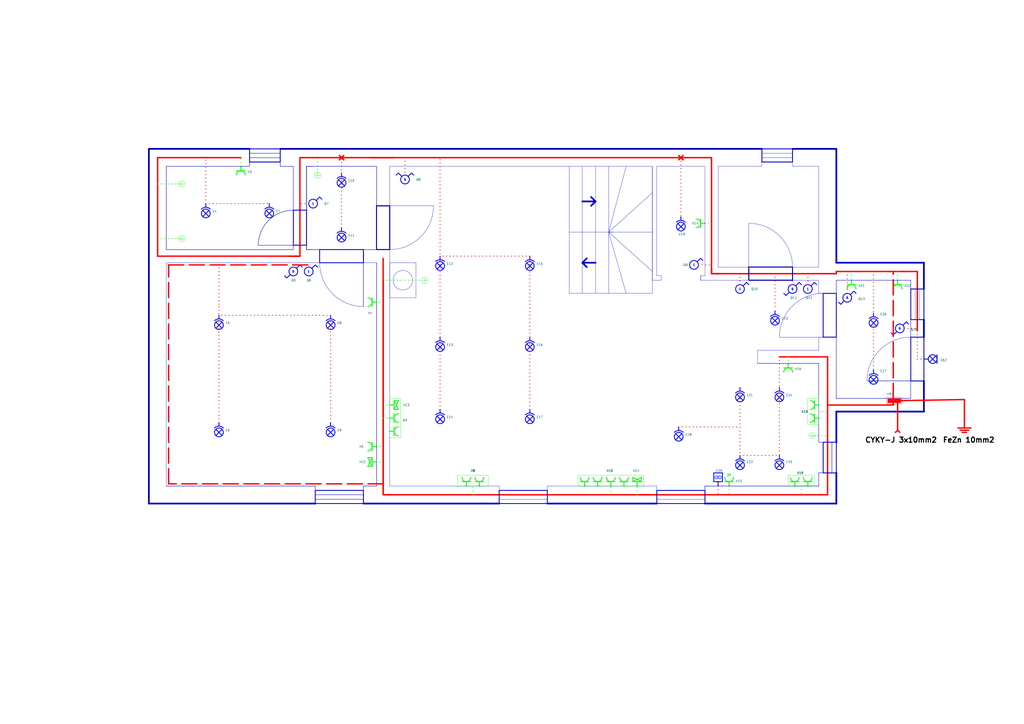
<source format=kicad_sch>
(kicad_sch (version 20231120) (generator "eeschema") (generator_version "8.0")
  (paper "A2")
  (title_block (title "Projekt elektroinštalácie rodinného domu") (date "2024-05-09") (rev "1") (comment 4 "001-24") (comment 5 "Konanie stavby: 96901 Banská Štiavnica, Belianska 1770/15"))
  (lib_symbols
    (symbol "Wiring:Bulb_ceiling"
      (property "Reference" "E" (at 0 1.905 0))
      (symbol "Bulb_ceiling_0_1"
        (circle (center 0 -5.715) (radius 2.54) (stroke (width 0.5) (color 0 0 255 1)))
        (polyline (pts (xy 0 0) (xy 0 -1.905)) (stroke (width 0.5) (color 0 0 255 1)))
        (polyline (pts (xy 0 -5.715) (xy 1.778 -7.493) (xy -1.778 -3.937)) (stroke (width 0.5) (color 0 0 255 1)))
        (polyline (pts (xy 0 -5.715) (xy 1.778 -3.937) (xy -1.778 -7.493)) (stroke (width 0.5) (color 0 0 255 1)))
        (arc (start 2.5464 -3.159) (mid 0.0055 -2.1071) (end -2.5386 -3.1512) (stroke (width 0.5) (color 0 0 255 1)))
      )
    )
    (symbol "Wiring:Bulb_wall"
      (property "Reference" "E" (at 1.27 1.905 0))
      (symbol "Bulb_wall_0_1"
        (circle (center 0 -5.08) (radius 2.54) (stroke (width 0.5) (color 0 0 255 1)))
        (polyline (pts (xy 0 0) (xy 0 -2.54)) (stroke (width 0.5) (color 0 0 255 1)))
        (polyline (pts (xy 2.54 -7.62) (xy -2.54 -7.62)) (stroke (width 0.5) (color 0 0 255 1)))
        (polyline (pts (xy 0 -5.08) (xy 1.778 -6.858) (xy -1.778 -3.302)) (stroke (width 0.5) (color 0 0 255 1)))
        (polyline (pts (xy 0 -5.08) (xy 1.778 -3.302) (xy -1.778 -6.858)) (stroke (width 0.5) (color 0 0 255 1)))
      )
    )
    (symbol "Wiring:Data_outlet"
      (property "Reference" "XC" (at 5.08 -2.54 90))
      (symbol "Data_outlet_0_1"
        (polyline (pts (xy -2.54 -5.08) (xy 2.54 -2.54)) (stroke (width 0.5) (color 0 255 0 1)))
        (polyline (pts (xy -2.54 -2.54) (xy -2.54 -5.08)) (stroke (width 0.5) (color 0 255 0 1)))
        (polyline (pts (xy -2.54 -2.54) (xy 2.54 -5.08)) (stroke (width 0.5) (color 0 255 0 1)))
        (polyline (pts (xy 2.54 -2.54) (xy 2.54 -5.08)) (stroke (width 0.5) (color 0 255 0 1)))
        (polyline (pts (xy 0.0002 -0.0002) (xy 0.0002 -2.5402) (xy 0.0002 -1.2702)) (stroke (width 0.5) (color 0 255 0 1)))
        (polyline (pts (xy 0.0002 -2.5402) (xy 2.5402 -2.5402) (xy -2.5398 -2.5402) (xy -1.2698 -2.5402)) (stroke (width 0.5) (color 0 255 0 1)))
      )
    )
    (symbol "Wiring:Fan"
      (property "Reference" "E" (at 0 2.54 0))
      (symbol "Fan_0_1"
        (circle (center -0.9652 -5.0292) (radius 0.898) (stroke (width 0.3) (color 0 0 255 1)))
        (polyline (pts (xy 0 0) (xy 0 -2.54)) (stroke (width 0.5) (color 0 0 255 1)))
        (polyline (pts (xy 2.54 -7.62) (xy -2.54 -7.62)) (stroke (width 0.5) (color 0 0 255 1)))
        (polyline (pts (xy -2.54 -7.62) (xy -2.54 -2.54) (xy 2.54 -2.54) (xy 2.54 -7.62)) (stroke (width 0.5) (color 0 0 255 1)))
        (circle (center 0.9398 -5.0292) (radius 0.898) (stroke (width 0.3) (color 0 0 255 1)))
      )
    )
    (symbol "Wiring:HR"
      (property "Reference" "HR" (at 0 2.54 0))
      (symbol "HR_0_1"
        (rectangle (start -5.08 1.905) (end 3.81 -1.905) (stroke (width 0) (color 255 0 0 1)))
        (rectangle (start -4.445 1.27) (end 3.175 -1.27) (stroke (width 0) (color 255 0 0 1)) (fill (type outline)))
      )
    )
    (symbol "Wiring:Outlet"
      (property "Reference" "X" (at 5.08 -3.81 90))
      (symbol "Outlet_0_1"
        (arc (start 0 -2.54) (mid -1.7961 -3.2839) (end -2.54 -5.08) (stroke (width 0.5) (color 0 255 0 1)))
        (polyline (pts (xy 0 0) (xy 0 -2.54) (xy 0 -1.27)) (stroke (width 0.5) (color 0 255 0 1)))
        (polyline (pts (xy 0 -2.54) (xy 2.54 -2.54) (xy -2.54 -2.54) (xy -1.27 -2.54)) (stroke (width 0.5) (color 0 255 0 1)))
        (arc (start 2.54 -5.08) (mid 1.7961 -3.2839) (end 0 -2.54) (stroke (width 0.5) (color 0 255 0 1)))
      )
    )
    (symbol "Wiring:Outlet_3P"
      (property "Reference" "X" (at 0 1.905 0))
      (symbol "Outlet_3P_0_1"
        (arc (start 0.0002 -2.5402) (mid -1.7959 -3.2841) (end -2.5398 -5.0802) (stroke (width 0.5) (color 0 255 0 1)))
        (polyline (pts (xy 0.0002 -0.0002) (xy 0.0002 -2.5402) (xy 0.0002 -1.2702)) (stroke (width 0.5) (color 0 255 0 1)))
        (polyline (pts (xy 0.0002 -2.5402) (xy 2.5402 -2.5402) (xy -2.5398 -2.5402) (xy -1.2698 -2.5402)) (stroke (width 0.5) (color 0 255 0 1)))
        (arc (start 2.5402 -5.0802) (mid 1.7963 -3.2841) (end 0.0002 -2.5402) (stroke (width 0.5) (color 0 255 0 1)))
        (text "3P" (at 0 -6.35 0) (effects (font (size 1.27 1.27) (bold yes))))
      )
    )
    (symbol "Wiring:PE" (in_bom no)
      (symbol "PE_0_1"
        (polyline (pts (xy -0.635 -0.381) (xy 0.635 -0.381)) (stroke (width 0) (color 0 255 0 1)))
        (polyline (pts (xy -0.254 -0.762) (xy 0.254 -0.762)) (stroke (width 0) (color 0 255 0 1)))
        (polyline (pts (xy -1.27 0) (xy 1.27 0) (xy 0 0) (xy 0 1.27)) (stroke (width 0) (color 0 255 0 1)))
        (circle (center 0 0) (radius 1.7825) (stroke (width 0) (color 0 255 0 1)))
      )
    )
    (symbol "Wiring:Switch_1"
      (property "Reference" "Q" (at 0 7.62 0))
      (symbol "Switch_1_0_1"
        (polyline (pts (xy 1.905 1.905) (xy 3.175 3.175) (xy 3.81 3.81) (xy 5.08 2.54)) (stroke (width 0.5) (color 0 0 255 1)))
        (circle (center 0 0) (radius 2.54) (stroke (width 0.5) (color 0 0 255 1)))
        (text "1" (at 0 0 0) (effects (font (size 1.27 1.27) (bold yes))))
      )
    )
    (symbol "Wiring:Switch_5"
      (property "Reference" "Q" (at 0 5.08 0))
      (symbol "Switch_5_0_1"
        (polyline (pts (xy -1.905 1.905) (xy -3.175 3.175) (xy -3.81 3.81) (xy -5.08 2.54)) (stroke (width 0.5) (color 0 0 255 1)))
        (polyline (pts (xy 1.905 1.905) (xy 3.175 3.175) (xy 3.81 3.81) (xy 5.08 2.54)) (stroke (width 0.5) (color 0 0 255 1)))
        (circle (center 0 0) (radius 2.54) (stroke (width 0.5) (color 0 0 255 1)))
        (text "5" (at 0 0 0) (effects (font (size 1.27 1.27) (bold yes))))
      )
    )
    (symbol "Wiring:Switch_6"
      (property "Reference" "Q" (at 0 4.826 0))
      (symbol "Switch_6_0_1"
        (polyline (pts (xy -1.905 -1.905) (xy -3.175 -3.175) (xy -3.81 -3.81) (xy -5.08 -2.54)) (stroke (width 0.5) (color 0 0 255 1)))
        (polyline (pts (xy 1.905 1.905) (xy 3.175 3.175) (xy 3.81 3.81) (xy 5.08 2.54)) (stroke (width 0.5) (color 0 0 255 1)))
        (circle (center 0 0) (radius 2.54) (stroke (width 0.5) (color 0 0 255 1)))
        (text "6" (at 0 0 0) (effects (font (size 1.27 1.27) (bold yes))))
      )
    )
  )
  (polyline (pts (xy 144.78 93.98) (xy 144.78 96.52)))
  (polyline (pts (xy 520.7 249.555) (xy 519.43 250.825)) (stroke (width 0.8) (type solid) (color 255 0 0 1)))
  (polyline (pts (xy 353.06 134.62) (xy 363.22 96.52)))
  (polyline (pts (xy 533.4 167.64) (xy 533.4 185.42)))
  (polyline (pts (xy 307.34 148.59) (xy 255.27 148.59)) (stroke (width 0.5) (type dot) (color 255 0 0 1)))
  (polyline (pts (xy 474.98 170.18) (xy 474.98 162.56)))
  (polyline (pts (xy 412.75 158.75) (xy 417.83 158.75)) (stroke (width 0.8) (type solid) (color 255 0 0 1)))
  (polyline (pts (xy 528.32 220.98) (xy 528.32 231.14)))
  (polyline (pts (xy 459.74 86.36) (xy 485.14 86.36)) (stroke (width 1)))
  (polyline (pts (xy 345.44 152.4) (xy 337.82 152.4)) (stroke (width 1)))
  (polyline (pts (xy 210.82 177.8) (xy 210.82 152.4)))
  (polyline (pts (xy 485.14 152.4) (xy 485.14 86.36)) (stroke (width 1)))
  (polyline (pts (xy 255.27 237.49) (xy 255.27 91.44)) (stroke (width 0.5) (type dot) (color 255 0 0 1)))
  (polyline (pts (xy 289.56 281.94) (xy 289.56 284.48)))
  (polyline (pts (xy 528.32 231.14) (xy 528.32 231.14)))
  (polyline (pts (xy 520.7 249.555) (xy 520.7 233.68)) (stroke (width 0.8) (type solid) (color 255 0 0 1)))
  (polyline (pts (xy 532.13 191.77) (xy 532.13 208.28)) (stroke (width 0.5) (type dot) (color 255 0 0 1)))
  (polyline (pts (xy 226.06 234.95) (xy 222.25 234.95)) (stroke (width 0.5) (type dot) (color 0 255 0 1)))
  (polyline (pts (xy 485.14 231.14) (xy 528.32 231.14)))
  (polyline (pts (xy 162.56 88.9) (xy 144.78 88.9)))
  (polyline (pts (xy 485.14 195.58) (xy 474.98 195.58)))
  (polyline (pts (xy 281.94 292.1) (xy 289.56 292.1)) (stroke (width 1)))
  (polyline (pts (xy 369.57 287.02) (xy 369.57 281.94)) (stroke (width 0.5) (type dot) (color 0 255 0 1)))
  (polyline (pts (xy 214.63 91.44) (xy 394.97 91.44)) (stroke (width 0.8) (type solid) (color 255 0 0 1)))
  (polyline (pts (xy 459.74 88.9) (xy 441.96 88.9)))
  (polyline (pts (xy 196.85 90.17) (xy 199.39 92.71)) (stroke (width 0.8) (type solid) (color 255 0 0 1)))
  (polyline (pts (xy 317.5 287.02) (xy 289.56 287.02)))
  (polyline (pts (xy 393.7 247.65) (xy 429.26 247.65)) (stroke (width 0.5) (type dot) (color 255 0 0 1)))
  (polyline (pts (xy 474.98 195.58) (xy 474.98 203.2)))
  (polyline (pts (xy 459.74 91.44) (xy 441.96 91.44)))
  (polyline (pts (xy 518.16 231.14) (xy 518.16 157.48)) (stroke (width 0.8) (type dash) (color 255 0 0 1)))
  (polyline (pts (xy 506.73 157.48) (xy 506.73 214.63)) (stroke (width 0.5) (type dot) (color 255 0 0 1)))
  (polyline (pts (xy 222.25 162.56) (xy 245.11 162.56)) (stroke (width 0.5) (type dot) (color 0 255 0 1)))
  (polyline (pts (xy 139.7 96.52) (xy 144.78 96.52)))
  (polyline (pts (xy 405.13 153.67) (xy 412.75 153.67)) (stroke (width 0.5) (type dot) (color 255 0 0 1)))
  (polyline (pts (xy 191.77 245.11) (xy 191.77 182.88)) (stroke (width 0.5) (type dot) (color 255 0 0 1)))
  (polyline (pts (xy 457.2 207.01) (xy 457.2 210.82)) (stroke (width 0.5) (type dot) (color 0 255 0 1)))
  (polyline (pts (xy 532.13 208.28) (xy 535.94 208.28)) (stroke (width 0.5) (type dot) (color 255 0 0 1)))
  (polyline (pts (xy 173.99 91.44) (xy 173.99 148.59)) (stroke (width 0.8) (type solid) (color 255 0 0 1)))
  (polyline (pts (xy 330.2 134.62) (xy 355.6 134.62)))
  (polyline (pts (xy 528.32 162.56) (xy 485.14 162.56)))
  (polyline (pts (xy 340.36 149.86) (xy 337.82 152.4)) (stroke (width 1)))
  (polyline (pts (xy 353.06 134.62) (xy 378.46 111.76)))
  (polyline (pts (xy 170.18 144.78) (xy 96.52 144.78)))
  (polyline (pts (xy 177.8 96.52) (xy 218.44 96.52)))
  (polyline (pts (xy 491.49 157.48) (xy 491.49 170.18)) (stroke (width 0.5) (type dot) (color 255 0 0 1)))
  (polyline (pts (xy 218.44 152.4) (xy 210.82 152.4)))
  (polyline (pts (xy 520.7 249.555) (xy 521.97 250.825)) (stroke (width 0.8) (type solid) (color 255 0 0 1)))
  (polyline (pts (xy 523.24 231.14) (xy 528.32 231.14)))
  (polyline (pts (xy 429.26 224.79) (xy 429.26 264.16)) (stroke (width 0.5) (type dot) (color 255 0 0 1)))
  (polyline (pts (xy 218.44 152.4) (xy 218.44 281.94)))
  (polyline (pts (xy 210.82 281.94) (xy 210.82 284.48)))
  (polyline (pts (xy 191.77 182.88) (xy 127 182.88)) (stroke (width 0.5) (type dot) (color 255 0 0 1)))
  (polyline (pts (xy 91.44 91.44) (xy 139.7 91.44)) (stroke (width 0.8) (type solid) (color 255 0 0 1)))
  (polyline (pts (xy 439.42 210.82) (xy 474.98 210.82)))
  (polyline (pts (xy 181.61 144.78) (xy 177.8 144.78)))
  (polyline (pts (xy 535.94 220.98) (xy 535.94 238.76)) (stroke (width 1)))
  (polyline (pts (xy 449.58 158.75) (xy 449.58 179.07)) (stroke (width 0.5) (type dot) (color 255 0 0 1)))
  (polyline (pts (xy 96.52 96.52) (xy 139.7 96.52)))
  (polyline (pts (xy 480.06 234.95) (xy 518.16 234.95)) (stroke (width 0.8) (type solid) (color 255 0 0 1)))
  (polyline (pts (xy 337.82 96.52) (xy 337.82 134.62)))
  (polyline (pts (xy 393.7 92.71) (xy 396.24 90.17)) (stroke (width 0.8) (type solid) (color 255 0 0 1)))
  (polyline (pts (xy 528.32 185.42) (xy 528.32 195.58)))
  (polyline (pts (xy 96.52 96.52) (xy 96.52 144.78)))
  (polyline (pts (xy 381 162.56) (xy 383.54 162.56)))
  (polyline (pts (xy 196.85 92.71) (xy 199.39 90.17)) (stroke (width 0.8) (type solid) (color 255 0 0 1)))
  (polyline (pts (xy 353.06 134.62) (xy 378.46 157.48)))
  (polyline (pts (xy 434.34 162.56) (xy 408.94 162.56)))
  (polyline (pts (xy 281.94 281.94) (xy 226.06 281.94)))
  (polyline (pts (xy 184.15 100.33) (xy 184.15 91.44)) (stroke (width 0.5) (type dot) (color 0 255 0 1)))
  (polyline (pts (xy 474.98 256.54) (xy 477.52 256.54)))
  (polyline (pts (xy 139.7 96.52) (xy 139.7 91.44)) (stroke (width 0.5) (type dot) (color 0 255 0 1)))
  (polyline (pts (xy 555.625 248.285) (xy 563.245 248.285)) (stroke (width 0.8) (type solid) (color 255 0 0 1)))
  (polyline (pts (xy 96.52 152.4) (xy 96.52 281.94)))
  (polyline (pts (xy 170.18 142.24) (xy 177.8 142.24)))
  (polyline (pts (xy 485.14 162.56) (xy 485.14 170.18)))
  (polyline (pts (xy 97.79 280.67) (xy 97.79 153.67)) (stroke (width 0.8) (type dash) (color 255 0 0 1)))
  (polyline (pts (xy 97.79 153.67) (xy 181.61 153.67)) (stroke (width 0.8) (type dash) (color 255 0 0 1)))
  (polyline (pts (xy 530.86 167.64) (xy 530.86 185.42)))
  (polyline (pts (xy 162.56 91.44) (xy 144.78 91.44)))
  (polyline (pts (xy 439.42 210.82) (xy 474.98 210.82)))
  (polyline (pts (xy 170.18 142.24) (xy 177.8 142.24)))
  (polyline (pts (xy 162.56 86.36) (xy 441.96 86.36)) (stroke (width 1)))
  (polyline (pts (xy 226.06 281.94) (xy 226.06 144.78)))
  (polyline (pts (xy 411.48 281.94) (xy 474.98 281.94)))
  (polyline (pts (xy 502.92 220.98) (xy 528.32 220.98)))
  (polyline (pts (xy 559.435 231.775) (xy 559.435 248.285)) (stroke (width 0.8) (type solid) (color 255 0 0 1)))
  (polyline (pts (xy 408.94 287.02) (xy 381 287.02)))
  (polyline (pts (xy 177.8 96.52) (xy 177.8 121.92)))
  (polyline (pts (xy 474.98 162.56) (xy 459.74 162.56)))
  (polyline (pts (xy 474.98 256.54) (xy 477.52 256.54)))
  (polyline (pts (xy 412.75 91.44) (xy 412.75 156.21)) (stroke (width 0.8) (type solid) (color 255 0 0 1)))
  (polyline (pts (xy 528.32 162.56) (xy 528.32 162.56)))
  (polyline (pts (xy 485.14 231.14) (xy 485.14 195.58)))
  (polyline (pts (xy 281.94 281.94) (xy 289.56 281.94)))
  (polyline (pts (xy 173.99 148.59) (xy 91.44 148.59)) (stroke (width 0.8) (type solid) (color 255 0 0 1)))
  (polyline (pts (xy 317.5 292.1) (xy 381 292.1)) (stroke (width 1)))
  (polyline (pts (xy 218.44 281.94) (xy 210.82 281.94)))
  (polyline (pts (xy 127 176.53) (xy 127 153.67)) (stroke (width 0.5) (type dot) (color 255 0 0 1)))
  (polyline (pts (xy 381 96.52) (xy 381 160.02)))
  (polyline (pts (xy 340.36 154.94) (xy 337.82 152.4)) (stroke (width 1)))
  (polyline (pts (xy 119.38 118.11) (xy 156.21 118.11)) (stroke (width 0.5) (type dot) (color 255 0 0 1)))
  (polyline (pts (xy 393.7 90.17) (xy 396.24 92.71)) (stroke (width 0.8) (type solid) (color 255 0 0 1)))
  (polyline (pts (xy 91.44 138.43) (xy 104.14 138.43)) (stroke (width 0.5) (type dot) (color 0 255 0 1)))
  (polyline (pts (xy 337.82 134.62) (xy 337.82 170.18)))
  (polyline (pts (xy 528.32 162.56) (xy 528.32 167.64)))
  (polyline (pts (xy 241.3 172.72) (xy 241.3 152.4)))
  (polyline (pts (xy 378.46 162.56) (xy 378.46 96.52)))
  (polyline (pts (xy 474.98 274.32) (xy 477.52 274.32)))
  (polyline (pts (xy 170.18 142.24) (xy 170.18 144.78)))
  (polyline (pts (xy 485.14 231.14) (xy 514.35 231.14)))
  (polyline (pts (xy 234.95 91.44) (xy 234.95 101.6)) (stroke (width 0.5) (type dot) (color 255 0 0 1)))
  (polyline (pts (xy 170.18 142.24) (xy 149.86 142.24)))
  (polyline (pts (xy 177.8 96.52) (xy 177.8 121.92)))
  (polyline (pts (xy 210.82 152.4) (xy 210.82 144.78)))
  (polyline (pts (xy 378.46 170.18) (xy 330.2 170.18)))
  (polyline (pts (xy 528.32 162.56) (xy 485.14 162.56)))
  (polyline (pts (xy 408.94 287.02) (xy 396.24 287.02)))
  (polyline (pts (xy 452.12 207.01) (xy 480.06 207.01)) (stroke (width 0.8) (type solid) (color 255 0 0 1)))
  (polyline (pts (xy 210.82 144.78) (xy 218.44 144.78)))
  (polyline (pts (xy 494.03 157.48) (xy 494.03 162.56)) (stroke (width 0.5) (type dot) (color 0 255 0 1)))
  (polyline (pts (xy 162.56 96.52) (xy 170.18 96.52)))
  (polyline (pts (xy 381 281.94) (xy 381 284.48)))
  (polyline (pts (xy 139.7 96.52) (xy 144.78 96.52)))
  (polyline (pts (xy 524.51 157.48) (xy 518.16 157.48)) (stroke (width 0.8) (type solid) (color 255 0 0 1)))
  (polyline (pts (xy 485.14 292.1) (xy 485.14 274.32)) (stroke (width 1)))
  (polyline (pts (xy 408.94 287.02) (xy 381 287.02)))
  (polyline (pts (xy 474.98 96.52) (xy 459.74 96.52)))
  (polyline (pts (xy 210.82 287.02) (xy 182.88 287.02)))
  (polyline (pts (xy 162.56 93.98) (xy 162.56 96.52)))
  (polyline (pts (xy 468.63 158.75) (xy 468.63 165.1)) (stroke (width 0.5) (type dot) (color 255 0 0 1)))
  (polyline (pts (xy 412.75 156.21) (xy 412.75 158.75)) (stroke (width 0.8) (type solid) (color 255 0 0 1)))
  (polyline (pts (xy 354.33 287.02) (xy 354.33 281.94)) (stroke (width 0.5) (type dot) (color 0 255 0 1)))
  (polyline (pts (xy 307.34 237.49) (xy 307.34 148.59)) (stroke (width 0.5) (type dot) (color 255 0 0 1)))
  (polyline (pts (xy 91.44 148.59) (xy 91.44 91.44)) (stroke (width 0.8) (type solid) (color 255 0 0 1)))
  (polyline (pts (xy 179.07 154.94) (xy 179.07 153.67)) (stroke (width 0.5) (type dot) (color 255 0 0 1)))
  (polyline (pts (xy 317.5 281.94) (xy 381 281.94)))
  (polyline (pts (xy 144.78 93.98) (xy 144.78 96.52)))
  (polyline (pts (xy 170.18 144.78) (xy 96.52 144.78)))
  (polyline (pts (xy 274.32 287.02) (xy 274.32 281.94)) (stroke (width 0.5) (type dot) (color 0 255 0 1)))
  (polyline (pts (xy 408.94 292.1) (xy 485.14 292.1)) (stroke (width 1)))
  (polyline (pts (xy 198.12 91.44) (xy 173.99 91.44)) (stroke (width 0.8) (type solid) (color 255 0 0 1)))
  (polyline (pts (xy 485.14 238.76) (xy 485.14 256.54)) (stroke (width 1)))
  (polyline (pts (xy 394.97 91.44) (xy 394.97 125.73)) (stroke (width 0.5) (type dot) (color 255 0 0 1)))
  (polyline (pts (xy 177.8 96.52) (xy 177.8 121.92)))
  (polyline (pts (xy 119.38 118.11) (xy 119.38 91.44)) (stroke (width 0.5) (type dot) (color 255 0 0 1)))
  (polyline (pts (xy 474.98 281.94) (xy 474.98 274.32)))
  (polyline (pts (xy 480.06 256.54) (xy 480.06 274.32)))
  (polyline (pts (xy 524.51 157.48) (xy 532.13 157.48)) (stroke (width 0.8) (type solid) (color 255 0 0 1)))
  (polyline (pts (xy 210.82 152.4) (xy 210.82 144.78)))
  (polyline (pts (xy 177.8 142.24) (xy 177.8 144.78)))
  (polyline (pts (xy 86.36 86.36) (xy 86.36 292.1)) (stroke (width 1)))
  (polyline (pts (xy 535.94 185.42) (xy 535.94 195.58)) (stroke (width 1)))
  (polyline (pts (xy 477.52 195.58) (xy 452.12 195.58)))
  (polyline (pts (xy 502.92 220.98) (xy 528.32 220.98)))
  (polyline (pts (xy 474.98 238.76) (xy 480.06 238.76)) (stroke (width 0.5) (type dot) (color 0 255 0 1)))
  (polyline (pts (xy 226.06 152.4) (xy 226.06 172.72)))
  (polyline (pts (xy 532.13 191.77) (xy 532.13 191.77)) (stroke (width 0.8) (type solid) (color 255 0 0 1)))
  (polyline (pts (xy 345.44 134.62) (xy 345.44 170.18)))
  (polyline (pts (xy 383.54 162.56) (xy 383.54 160.02)))
  (polyline (pts (xy 162.56 91.44) (xy 144.78 91.44)))
  (polyline (pts (xy 528.32 162.56) (xy 528.32 162.56)))
  (polyline (pts (xy 167.64 148.59) (xy 173.99 148.59)) (stroke (width 0.8) (type solid) (color 255 0 0 1)))
  (polyline (pts (xy 411.48 281.94) (xy 408.94 281.94)))
  (polyline (pts (xy 162.56 88.9) (xy 144.78 88.9)))
  (polyline (pts (xy 408.94 96.52) (xy 408.94 160.02)))
  (polyline (pts (xy 459.74 158.75) (xy 459.74 165.1)) (stroke (width 0.5) (type dot) (color 255 0 0 1)))
  (polyline (pts (xy 472.44 252.73) (xy 480.06 252.73)) (stroke (width 0.5) (type dot) (color 0 255 0 1)))
  (polyline (pts (xy 485.14 157.48) (xy 485.14 158.75)) (stroke (width 0.8) (type solid) (color 255 0 0 1)))
  (polyline (pts (xy 96.52 152.4) (xy 185.42 152.4)))
  (polyline (pts (xy 408.94 129.54) (xy 412.75 129.54)) (stroke (width 0.5) (type dot) (color 0 255 0 1)))
  (polyline (pts (xy 411.48 281.94) (xy 474.98 281.94)))
  (polyline (pts (xy 222.25 287.02) (xy 227.33 287.02)) (stroke (width 0.8) (type solid) (color 255 0 0 1)))
  (polyline (pts (xy 96.52 96.52) (xy 139.7 96.52)))
  (polyline (pts (xy 170.18 154.94) (xy 170.18 153.67)) (stroke (width 0.5) (type dot) (color 255 0 0 1)))
  (polyline (pts (xy 535.94 152.4) (xy 535.94 167.64)) (stroke (width 1)))
  (polyline (pts (xy 317.5 289.56) (xy 289.56 289.56)))
  (polyline (pts (xy 556.895 249.555) (xy 561.975 249.555)) (stroke (width 0.8) (type solid) (color 255 0 0 1)))
  (polyline (pts (xy 559.435 231.775) (xy 521.97 232.41)) (stroke (width 0.8) (type solid) (color 255 0 0 1)))
  (polyline (pts (xy 182.88 281.94) (xy 182.88 284.48)))
  (polyline (pts (xy 342.9 114.3) (xy 345.44 116.84)) (stroke (width 1)))
  (polyline (pts (xy 485.14 170.18) (xy 474.98 170.18)))
  (polyline (pts (xy 474.98 281.94) (xy 474.98 274.32)))
  (polyline (pts (xy 222.25 287.02) (xy 222.25 287.02)) (stroke (width 0.8) (type solid) (color 255 0 0 1)))
  (polyline (pts (xy 535.94 152.4) (xy 485.14 152.4)) (stroke (width 1)))
  (polyline (pts (xy 459.74 154.94) (xy 474.98 154.94)))
  (polyline (pts (xy 429.26 158.75) (xy 429.26 165.1)) (stroke (width 0.5) (type dot) (color 255 0 0 1)))
  (polyline (pts (xy 218.44 281.94) (xy 210.82 281.94)))
  (polyline (pts (xy 218.44 119.38) (xy 218.44 96.52)))
  (polyline (pts (xy 226.06 96.52) (xy 226.06 119.38)))
  (polyline (pts (xy 378.46 162.56) (xy 378.46 170.18)))
  (polyline (pts (xy 474.98 154.94) (xy 474.98 96.52)))
  (polyline (pts (xy 485.14 162.56) (xy 485.14 170.18)))
  (polyline (pts (xy 474.98 210.82) (xy 474.98 256.54)))
  (polyline (pts (xy 406.4 160.02) (xy 406.4 162.56)))
  (polyline (pts (xy 231.14 119.38) (xy 251.46 119.38)))
  (polyline (pts (xy 218.44 152.4) (xy 218.44 281.94)))
  (polyline (pts (xy 199.39 92.71) (xy 198.12 91.44)) (stroke (width 0.8) (type solid) (color 255 0 0 1)))
  (polyline (pts (xy 394.97 91.44) (xy 412.75 91.44)) (stroke (width 0.8) (type solid) (color 255 0 0 1)))
  (polyline (pts (xy 412.75 156.21) (xy 412.75 158.75)) (stroke (width 0.8) (type solid) (color 255 0 0 1)))
  (polyline (pts (xy 452.12 207.01) (xy 452.12 264.16)) (stroke (width 0.5) (type dot) (color 255 0 0 1)))
  (polyline (pts (xy 520.7 157.48) (xy 520.7 162.56)) (stroke (width 0.5) (type dot) (color 0 255 0 1)))
  (polyline (pts (xy 222.25 162.56) (xy 222.25 287.02)) (stroke (width 0.8) (type solid) (color 255 0 0 1)))
  (polyline (pts (xy 91.44 106.68) (xy 104.14 106.68)) (stroke (width 0.5) (type dot) (color 0 255 0 1)))
  (polyline (pts (xy 170.18 142.24) (xy 177.8 142.24)))
  (polyline (pts (xy 337.82 116.84) (xy 345.44 116.84)) (stroke (width 1)))
  (polyline (pts (xy 524.51 190.5) (xy 532.13 190.5)) (stroke (width 0.5) (type dot) (color 255 0 0 1)))
  (polyline (pts (xy 330.2 170.18) (xy 330.2 96.52)))
  (polyline (pts (xy 330.2 96.52) (xy 378.46 96.52)))
  (polyline (pts (xy 412.75 158.75) (xy 485.14 158.75)) (stroke (width 0.8) (type solid) (color 255 0 0 1)))
  (polyline (pts (xy 170.18 96.52) (xy 170.18 121.92)))
  (polyline (pts (xy 480.06 256.54) (xy 480.06 274.32)))
  (polyline (pts (xy 317.5 281.94) (xy 317.5 284.48)))
  (polyline (pts (xy 434.34 162.56) (xy 434.34 154.94)))
  (polyline (pts (xy 408.94 160.02) (xy 406.4 160.02)))
  (polyline (pts (xy 127 245.11) (xy 127 176.53)) (stroke (width 0.5) (type dot) (color 255 0 0 1)))
  (polyline (pts (xy 482.6 256.54) (xy 482.6 274.32)))
  (polyline (pts (xy 528.32 231.14) (xy 528.32 231.14)))
  (polyline (pts (xy 439.42 203.2) (xy 439.42 210.82)))
  (polyline (pts (xy 218.44 119.38) (xy 218.44 96.52)))
  (polyline (pts (xy 222.25 242.57) (xy 226.06 242.57)) (stroke (width 0.5) (type dot) (color 0 255 0 1)))
  (polyline (pts (xy 179.07 118.11) (xy 173.99 118.11)) (stroke (width 0.5) (type dot) (color 255 0 0 1)))
  (polyline (pts (xy 434.34 129.54) (xy 434.34 154.94)))
  (polyline (pts (xy 170.18 142.24) (xy 149.86 142.24)))
  (polyline (pts (xy 198.12 91.44) (xy 228.6 91.44)) (stroke (width 0.8) (type solid) (color 255 0 0 1)))
  (polyline (pts (xy 170.18 96.52) (xy 170.18 121.92)))
  (polyline (pts (xy 241.3 152.4) (xy 226.06 152.4)))
  (polyline (pts (xy 480.06 245.11) (xy 480.06 287.02)) (stroke (width 0.8) (type solid) (color 255 0 0 1)))
  (polyline (pts (xy 482.6 256.54) (xy 482.6 274.32)))
  (polyline (pts (xy 480.06 245.11) (xy 480.06 207.01)) (stroke (width 0.8) (type solid) (color 255 0 0 1)))
  (polyline (pts (xy 345.44 96.52) (xy 345.44 134.62)))
  (polyline (pts (xy 353.06 96.52) (xy 353.06 134.62)))
  (polyline (pts (xy 416.56 96.52) (xy 441.96 96.52)))
  (polyline (pts (xy 411.48 281.94) (xy 408.94 281.94)))
  (polyline (pts (xy 353.06 134.62) (xy 353.06 170.18)))
  (polyline (pts (xy 485.14 231.14) (xy 485.14 195.58)))
  (polyline (pts (xy 177.8 96.52) (xy 181.61 96.52)))
  (polyline (pts (xy 383.54 160.02) (xy 381 160.02)))
  (polyline (pts (xy 222.25 287.02) (xy 222.25 149.86)) (stroke (width 0.8) (type solid) (color 255 0 0 1)))
  (polyline (pts (xy 210.82 289.56) (xy 182.88 289.56)))
  (polyline (pts (xy 381 96.52) (xy 408.94 96.52)))
  (polyline (pts (xy 396.24 92.71) (xy 394.97 91.44)) (stroke (width 0.8) (type solid) (color 255 0 0 1)))
  (polyline (pts (xy 96.52 281.94) (xy 182.88 281.94)))
  (polyline (pts (xy 162.56 93.98) (xy 162.56 96.52)))
  (polyline (pts (xy 185.42 144.78) (xy 177.8 144.78)))
  (polyline (pts (xy 210.82 281.94) (xy 210.82 284.48)))
  (polyline (pts (xy 226.06 119.38) (xy 218.44 119.38)))
  (polyline (pts (xy 528.32 162.56) (xy 528.32 167.64)))
  (polyline (pts (xy 210.82 287.02) (xy 182.88 287.02)))
  (polyline (pts (xy 416.56 154.94) (xy 434.34 154.94)))
  (polyline (pts (xy 218.44 259.08) (xy 222.25 259.08)) (stroke (width 0.5) (type dot) (color 0 255 0 1)))
  (polyline (pts (xy 185.42 144.78) (xy 177.8 144.78)))
  (polyline (pts (xy 441.96 93.98) (xy 441.96 96.52)))
  (polyline (pts (xy 464.82 281.94) (xy 464.82 287.02)) (stroke (width 0.5) (type dot) (color 0 255 0 1)))
  (polyline (pts (xy 222.25 287.02) (xy 377.19 287.02)) (stroke (width 0.8) (type solid) (color 255 0 0 1)))
  (polyline (pts (xy 429.26 264.16) (xy 452.12 264.16)) (stroke (width 0.5) (type dot) (color 255 0 0 1)))
  (polyline (pts (xy 353.06 134.62) (xy 378.46 134.62)))
  (polyline (pts (xy 177.8 96.52) (xy 218.44 96.52)))
  (polyline (pts (xy 198.12 132.08) (xy 198.12 91.44)) (stroke (width 0.5) (type dot) (color 255 0 0 1)))
  (polyline (pts (xy 408.94 162.56) (xy 406.4 162.56)))
  (polyline (pts (xy 182.88 281.94) (xy 182.88 284.48)))
  (polyline (pts (xy 226.06 96.52) (xy 330.2 96.52)))
  (polyline (pts (xy 528.32 220.98) (xy 528.32 231.14)))
  (polyline (pts (xy 459.74 93.98) (xy 459.74 96.52)))
  (polyline (pts (xy 342.9 119.38) (xy 345.44 116.84)) (stroke (width 1)))
  (polyline (pts (xy 518.16 233.68) (xy 518.16 234.95)) (stroke (width 0.8) (type solid) (color 255 0 0 1)))
  (polyline (pts (xy 422.91 281.94) (xy 422.91 287.02)) (stroke (width 0.5) (type dot) (color 0 255 0 1)))
  (polyline (pts (xy 241.3 172.72) (xy 226.06 172.72)))
  (polyline (pts (xy 474.98 274.32) (xy 477.52 274.32)))
  (polyline (pts (xy 474.98 203.2) (xy 439.42 203.2)))
  (polyline (pts (xy 485.14 157.48) (xy 518.16 157.48)) (stroke (width 0.8) (type solid) (color 255 0 0 1)))
  (polyline (pts (xy 218.44 175.26) (xy 222.25 175.26)) (stroke (width 0.5) (type dot) (color 0 255 0 1)))
  (polyline (pts (xy 408.94 281.94) (xy 408.94 284.48)))
  (polyline (pts (xy 86.36 86.36) (xy 144.78 86.36)) (stroke (width 1)))
  (polyline (pts (xy 370.84 287.02) (xy 480.06 287.02)) (stroke (width 0.8) (type solid) (color 255 0 0 1)))
  (polyline (pts (xy 408.94 289.56) (xy 381 289.56)))
  (polyline (pts (xy 226.06 119.38) (xy 218.44 119.38)))
  (polyline (pts (xy 222.25 280.67) (xy 97.79 280.67)) (stroke (width 0.8) (type dash) (color 255 0 0 1)))
  (polyline (pts (xy 532.13 157.48) (xy 532.13 191.77)) (stroke (width 0.8) (type solid) (color 255 0 0 1)))
  (polyline (pts (xy 96.52 281.94) (xy 182.88 281.94)))
  (polyline (pts (xy 408.94 287.02) (xy 396.24 287.02)))
  (polyline (pts (xy 177.8 142.24) (xy 177.8 144.78)))
  (polyline (pts (xy 459.74 162.56) (xy 459.74 154.94)))
  (polyline (pts (xy 353.06 134.62) (xy 363.22 170.18)))
  (polyline (pts (xy 177.8 142.24) (xy 177.8 144.78)))
  (polyline (pts (xy 378.46 162.56) (xy 378.46 96.52)))
  (polyline (pts (xy 210.82 292.1) (xy 281.94 292.1)) (stroke (width 1)))
  (polyline (pts (xy 558.165 250.825) (xy 560.705 250.825)) (stroke (width 0.8) (type solid) (color 255 0 0 1)))
  (polyline (pts (xy 162.56 96.52) (xy 170.18 96.52)))
  (polyline (pts (xy 381 162.56) (xy 378.46 162.56)))
  (polyline (pts (xy 218.44 267.97) (xy 222.25 267.97)) (stroke (width 0.5) (type dot) (color 0 255 0 1)))
  (polyline (pts (xy 416.56 281.94) (xy 416.56 287.02)) (stroke (width 0.5) (type dot) (color 255 0 0 1)))
  (polyline (pts (xy 210.82 177.8) (xy 210.82 152.4)))
  (polyline (pts (xy 96.52 96.52) (xy 96.52 144.78)))
  (polyline (pts (xy 474.98 210.82) (xy 474.98 256.54)))
  (polyline (pts (xy 170.18 142.24) (xy 170.18 144.78)))
  (polyline (pts (xy 485.14 238.76) (xy 535.94 238.76)) (stroke (width 1)))
  (polyline (pts (xy 231.14 119.38) (xy 226.06 119.38)))
  (polyline (pts (xy 86.36 292.1) (xy 182.88 292.1)) (stroke (width 1)))
  (polyline (pts (xy 406.4 160.02) (xy 406.4 162.56)))
  (polyline (pts (xy 408.94 281.94) (xy 408.94 284.48)))
  (polyline (pts (xy 210.82 144.78) (xy 218.44 144.78)))
  (polyline (pts (xy 528.32 185.42) (xy 528.32 195.58)))
  (polyline (pts (xy 210.82 289.56) (xy 182.88 289.56)))
  (polyline (pts (xy 416.56 96.52) (xy 416.56 154.94)))
  (rectangle (start 144.78 86.36) (end 162.56 93.98) (stroke (width 0.5)))
  (rectangle (start 528.32 195.58) (end 535.94 220.98) (stroke (width 0.5)))
  (rectangle (start 457.2 275.59) (end 472.44 281.94) (stroke (width 0) (color 0 255 0 1)))
  (rectangle (start 441.96 86.36) (end 459.74 93.98) (stroke (width 0.5)))
  (rectangle (start 218.44 119.38) (end 226.06 144.78) (stroke (width 0.5)))
  (rectangle (start 265.43 275.59) (end 283.21 281.94) (stroke (width 0) (color 0 255 0 1)))
  (arc (start 149.86 142.24) (mid 155.8131 127.8731) (end 170.18 121.92))
  (rectangle (start 210.82 144.78) (end 185.42 152.4) (stroke (width 0.5)))
  (arc (start 210.82 177.8) (mid 192.8595 170.3605) (end 185.42 152.4))
  (rectangle (start 170.18 142.24) (end 177.8 121.92) (stroke (width 0.5)))
  (arc (start 149.86 142.24) (mid 155.8131 127.8731) (end 170.18 121.92))
  (arc (start 452.12 195.58) (mid 459.5595 177.6195) (end 477.52 170.18))
  (rectangle (start 528.32 167.64) (end 535.94 185.42) (stroke (width 0.5)))
  (rectangle (start 477.52 195.58) (end 485.14 170.18) (stroke (width 0.5)))
  (arc (start 434.34 129.54) (mid 452.3005 136.9795) (end 459.74 154.94))
  (rectangle (start 289.56 284.48) (end 317.5 292.1) (stroke (width 0.5)))
  (rectangle (start 218.44 119.38) (end 226.06 144.78) (stroke (width 0.5)))
  (arc (start 251.46 119.38) (mid 244.0205 137.3405) (end 226.06 144.78))
  (rectangle (start 381 284.48) (end 408.94 292.1) (stroke (width 0.5)))
  (rectangle (start 182.88 284.48) (end 210.82 292.1) (stroke (width 0.5)))
  (rectangle (start 434.34 162.56) (end 459.74 154.94) (stroke (width 0.5)))
  (rectangle (start 434.34 162.56) (end 459.74 154.94) (stroke (width 0.5)))
  (arc (start 502.92 220.98) (mid 510.3595 203.0195) (end 528.32 195.58))
  (rectangle (start 468.63 231.14) (end 474.98 246.38) (stroke (width 0) (color 0 255 0 1)))
  (rectangle (start 226.06 231.14) (end 232.41 254) (stroke (width 0) (color 0 255 0 1)))
  (circle (center 233.68 162.56) (radius 5.6796))
  (rectangle (start 477.52 256.54) (end 485.14 274.32) (stroke (width 0.5)))
  (rectangle (start 335.28 275.59) (end 373.38 281.94) (stroke (width 0) (color 0 255 0 1)))
  (text "FeZn 10mm2\n" (at 546.735 257.175 0) (effects (font (size 3 3) (thickness 0.6) (bold yes)) (justify left bottom)))
  (text "CYKY-J 3x10mm2" (at 501.65 257.175 0) (effects (font (size 3 3) (bold yes)) (justify left bottom)))
  (symbol (lib_id "Wiring:PE") (at 471.17 252.73 0) (unit 1) (in_bom no)
    (property "Reference" "~7" (effects (hide yes)))
  )
  (symbol (lib_id "Wiring:PE") (at 184.15 101.6 0) (unit 1) (in_bom no)
    (property "Reference" "~5" (effects (hide yes)))
  )
  (symbol (lib_id "Wiring:Bulb_ceiling") (at 255.27 237.49 0) (unit 1)
    (property "Reference" "E14" (at 259.08 241.935 0) (effects (justify left)))
  )
  (symbol (lib_id "Wiring:Bulb_ceiling") (at 255.27 195.58 0) (unit 1)
    (property "Reference" "E13" (at 259.08 200.025 0) (effects (justify left)))
  )
  (symbol (lib_id "Wiring:Bulb_ceiling") (at 191.77 182.88 0) (unit 1)
    (property "Reference" "E8" (at 195.58 187.325 0) (effects (justify left)))
  )
  (symbol (lib_id "Wiring:Outlet") (at 494.03 162.56 0) (unit 1)
    (property "Reference" "X21" (at 497.84 165.735 0) (effects (justify left)))
    (property "Value" "~" (at 494.03 162.56 0))
  )
  (symbol (lib_id "Wiring:Outlet") (at 474.98 234.95 270) (unit 1)
    (property "Reference" "X19" (at 464.82 238.76 90) (effects (justify left)))
    (property "Value" "~" (at 474.98 234.95 0))
  )
  (symbol (lib_id "Wiring:Bulb_ceiling") (at 393.7 247.65 0) (unit 1)
    (property "Reference" "E18" (at 397.51 252.095 0) (effects (justify left)))
  )
  (symbol (lib_id "Wiring:PE") (at 105.41 138.43 0) (unit 1) (in_bom no)
    (property "Reference" "~4" (effects (hide yes)))
  )
  (symbol (lib_id "Wiring:Outlet") (at 218.44 259.08 270) (unit 1)
    (property "Reference" "X5" (at 208.28 259.08 90) (effects (justify left)))
    (property "Value" "~" (at 218.44 259.08 0))
  )
  (symbol (lib_id "Wiring:Bulb_ceiling") (at 394.97 125.73 0) (unit 1)
    (property "Reference" "E19" (at 393.7 135.89 0) (effects (justify left)))
  )
  (symbol (lib_id "Wiring:Bulb_ceiling") (at 127 182.88 0) (unit 1)
    (property "Reference" "E5" (at 130.81 187.325 0) (effects (justify left)))
  )
  (symbol (lib_id "Wiring:PE") (at 246.38 162.56 0) (unit 1) (in_bom no)
    (property "Reference" "~6" (effects (hide yes)))
  )
  (symbol (lib_id "Wiring:Switch_6") (at 491.49 172.72 0) (unit 1)
    (property "Reference" "Q13" (at 497.84 173.355 0) (effects (justify left)))
    (property "Value" "~" (at 491.49 172.72 0))
  )
  (symbol (lib_id "Wiring:Bulb_ceiling") (at 429.26 224.79 0) (unit 1)
    (property "Reference" "E21" (at 433.07 229.235 0) (effects (justify left)))
  )
  (symbol (lib_id "Wiring:Outlet") (at 346.71 281.94 180) (unit 1)
    (property "Reference" "X11" (effects (hide yes)))
    (property "Value" "~" (at 346.71 281.94 0))
  )
  (symbol (lib_id "Wiring:Outlet") (at 461.01 281.94 180) (unit 1)
    (property "Reference" "X17" (effects (hide yes)))
    (property "Value" "~" (at 461.01 281.94 0))
  )
  (symbol (lib_id "Wiring:Bulb_ceiling") (at 307.34 237.49 0) (unit 1)
    (property "Reference" "E17" (at 311.15 241.935 0) (effects (justify left)))
  )
  (symbol (lib_id "Wiring:Outlet") (at 139.7 96.52 0) (unit 1)
    (property "Reference" "X3" (at 143.51 99.695 0) (effects (justify left)))
    (property "Value" "~" (at 139.7 96.52 0))
  )
  (symbol (lib_id "Wiring:Bulb_ceiling") (at 449.58 180.34 0) (unit 1)
    (property "Reference" "E23" (at 453.39 184.785 0) (effects (justify left)))
  )
  (symbol (lib_id "Wiring:Outlet") (at 339.09 281.94 180) (unit 1)
    (property "Reference" "X10" (at 351.79 273.05 0) (effects (justify right)))
    (property "Value" "~" (at 339.09 281.94 0))
  )
  (symbol (lib_id "Wiring:Data_outlet") (at 218.44 267.97 270) (unit 1)
    (property "Reference" "XC2" (at 208.28 267.97 90) (effects (justify left)))
    (property "Value" "~" (at 218.44 267.97 0))
  )
  (symbol (lib_id "Wiring:Bulb_ceiling") (at 198.12 100.33 0) (unit 1)
    (property "Reference" "E10" (at 201.93 104.775 0) (effects (justify left)))
  )
  (symbol (lib_id "Wiring:Bulb_ceiling") (at 255.27 148.59 0) (unit 1)
    (property "Reference" "E12" (at 259.08 153.035 0) (effects (justify left)))
  )
  (symbol (lib_id "Wiring:Bulb_ceiling") (at 127 245.11 0) (unit 1)
    (property "Reference" "E6" (at 130.81 249.555 0) (effects (justify left)))
  )
  (symbol (lib_id "Wiring:Switch_1") (at 179.07 157.48 0) (unit 1)
    (property "Reference" "Q6" (at 177.8 162.56 0) (effects (justify left)))
    (property "Value" "~" (at 179.07 157.48 0))
  )
  (symbol (lib_id "Wiring:Switch_1") (at 181.61 118.11 0) (unit 1)
    (property "Reference" "Q7" (at 187.96 118.11 0) (effects (justify left)))
    (property "Value" "~" (at 181.61 118.11 0))
  )
  (symbol (lib_id "Wiring:Bulb_ceiling") (at 452.12 264.16 0) (unit 1)
    (property "Reference" "E25" (at 455.93 267.97 0) (effects (justify left)))
  )
  (symbol (lib_id "Wiring:Bulb_ceiling") (at 452.12 224.79 0) (unit 1)
    (property "Reference" "E24" (at 455.93 229.235 0) (effects (justify left)))
  )
  (symbol (lib_id "Wiring:Outlet") (at 226.06 242.57 90) (unit 1)
    (property "Reference" "X6" (effects (hide yes)))
    (property "Value" "~" (at 226.06 242.57 0))
  )
  (symbol (lib_id "Wiring:Outlet") (at 408.94 129.54 270) (unit 1)
    (property "Reference" "X14" (at 401.32 129.54 90) (effects (justify left)))
    (property "Value" "~" (at 408.94 129.54 0))
  )
  (symbol (lib_id "Wiring:Outlet") (at 218.44 175.26 270) (unit 1)
    (property "Reference" "X4" (at 213.36 181.61 90) (effects (justify left)))
    (property "Value" "~" (at 218.44 175.26 0))
  )
  (symbol (lib_id "Wiring:Fan") (at 416.56 281.94 180) (unit 1)
    (property "Reference" "E20" (at 415.29 273.05 0) (effects (justify right)))
    (property "Value" "~" (at 416.56 281.94 0))
  )
  (symbol (lib_id "Wiring:Switch_5") (at 234.95 104.14 0) (unit 1)
    (property "Reference" "Q8" (at 241.3 104.14 0) (effects (justify left)))
    (property "Value" "~" (at 234.95 104.14 0))
  )
  (symbol (lib_id "Wiring:Outlet") (at 361.95 281.94 180) (unit 1)
    (property "Reference" "X13" (effects (hide yes)))
    (property "Value" "~" (at 361.95 281.94 0))
  )
  (symbol (lib_id "Wiring:Switch_6") (at 170.18 157.48 0) (unit 1)
    (property "Reference" "Q5" (at 168.91 162.56 0) (effects (justify left)))
    (property "Value" "~" (at 170.18 157.48 0))
  )
  (symbol (lib_id "Wiring:Data_outlet") (at 369.57 281.94 180) (unit 1)
    (property "Reference" "XC4" (at 367.03 273.05 0) (effects (justify right)))
    (property "Value" "~" (at 369.57 281.94 0))
  )
  (symbol (lib_id "Wiring:Switch_6") (at 521.97 190.5 0) (unit 1)
    (property "Reference" "Q26" (at 528.32 191.135 0) (effects (justify left)))
    (property "Value" "~" (at 521.97 190.5 0))
  )
  (symbol (lib_id "Wiring:Outlet") (at 468.63 281.94 180) (unit 1)
    (property "Reference" "X18" (at 466.09 274.32 0) (effects (justify left)))
    (property "Value" "~" (at 468.63 281.94 0))
  )
  (symbol (lib_id "Wiring:Bulb_ceiling") (at 429.26 264.16 0) (unit 1)
    (property "Reference" "E22" (at 433.07 267.97 0) (effects (justify left)))
  )
  (symbol (lib_id "Wiring:Bulb_ceiling") (at 198.12 132.08 0) (unit 1)
    (property "Reference" "E11" (at 201.93 136.525 0) (effects (justify left)))
  )
  (symbol (lib_id "Wiring:Outlet") (at 457.2 210.82 0) (unit 1)
    (property "Reference" "X16" (at 461.01 213.995 0) (effects (justify left)))
    (property "Value" "~" (at 457.2 210.82 0))
  )
  (symbol (lib_id "Wiring:Bulb_ceiling") (at 506.73 181.61 0) (unit 1)
    (property "Reference" "E26" (at 510.54 182.245 0) (effects (justify left)))
    (property "Value" "~" (at 506.73 181.61 0))
  )
  (symbol (lib_id "Wiring:Outlet") (at 278.13 281.94 180) (unit 1)
    (property "Reference" "X9" (effects (hide yes)))
    (property "Value" "~" (at 278.13 281.94 0))
  )
  (symbol (lib_id "Wiring:Outlet") (at 226.06 250.19 90) (unit 1)
    (property "Reference" "X7" (at 233.68 243.84 90) (effects (justify right)))
    (property "Value" "~" (at 226.06 250.19 0))
  )
  (symbol (lib_id "Wiring:Bulb_ceiling") (at 191.77 245.11 0) (unit 1)
    (property "Reference" "E9" (at 195.58 249.555 0) (effects (justify left)))
  )
  (symbol (lib_id "Wiring:Outlet_3P") (at 422.91 281.94 180) (unit 1)
    (property "Reference" "X15" (at 426.72 279.0486 0) (effects (justify right)))
    (property "Value" "~" (at 422.91 281.94 0))
  )
  (symbol (lib_id "Wiring:Switch_1") (at 429.26 167.64 0) (unit 1)
    (property "Reference" "Q10" (at 435.61 167.64 0) (effects (justify left)))
    (property "Value" "~" (at 429.26 167.64 0))
  )
  (symbol (lib_id "Wiring:Switch_1") (at 402.59 153.67 0) (unit 1)
    (property "Reference" "Q9" (at 396.24 153.67 0) (effects (justify left)))
    (property "Value" "~" (at 402.59 153.67 0))
  )
  (symbol (lib_id "Wiring:Bulb_ceiling") (at 119.38 118.11 0) (unit 1)
    (property "Reference" "E4" (at 123.19 122.555 0) (effects (justify left)))
  )
  (symbol (lib_id "Wiring:Bulb_ceiling") (at 307.34 195.58 0) (unit 1)
    (property "Reference" "E16" (at 311.15 200.025 0) (effects (justify left)))
  )
  (symbol (lib_id "Wiring:Outlet") (at 520.7 162.56 0) (unit 1)
    (property "Reference" "X22" (at 524.51 165.735 0) (effects (justify left)))
    (property "Value" "~" (at 520.7 162.56 0))
  )
  (symbol (lib_id "Wiring:Bulb_ceiling") (at 307.34 148.59 0) (unit 1)
    (property "Reference" "E15" (at 311.15 153.035 0) (effects (justify left)))
  )
  (symbol (lib_id "Wiring:Switch_6") (at 459.74 167.64 0) (unit 1)
    (property "Reference" "Q11" (at 458.47 172.72 0) (effects (justify left)))
    (property "Value" "~" (at 459.74 167.64 0))
  )
  (symbol (lib_id "Wiring:Outlet") (at 474.98 242.57 270) (unit 1)
    (property "Reference" "X20" (effects (hide yes)))
    (property "Value" "~" (at 474.98 242.57 0))
  )
  (symbol (lib_id "Wiring:Bulb_wall") (at 535.94 208.28 90) (unit 1)
    (property "Reference" "E62" (at 545.465 208.915 90) (effects (justify right)))
    (property "Value" "~" (at 541.02 208.28 0))
  )
  (symbol (lib_id "Wiring:Outlet") (at 354.33 281.94 180) (unit 1)
    (property "Reference" "X12" (effects (hide yes)))
    (property "Value" "~" (at 354.33 281.94 0))
  )
  (symbol (lib_id "Wiring:PE") (at 105.41 106.68 0) (unit 1) (in_bom no)
    (property "Reference" "~3" (effects (hide yes)))
  )
  (symbol (lib_id "Wiring:Bulb_ceiling") (at 156.21 118.11 0) (unit 1)
    (property "Reference" "E7" (at 160.02 122.555 0) (effects (justify left)))
  )
  (symbol (lib_id "Wiring:Outlet") (at 270.51 281.94 180) (unit 1)
    (property "Reference" "X8" (at 273.05 273.05 0) (effects (justify right)))
    (property "Value" "~" (at 270.51 281.94 0))
  )
  (symbol (lib_id "Wiring:Data_outlet") (at 226.06 234.95 90) (unit 1)
    (property "Reference" "XC3" (at 233.68 234.95 90) (effects (justify right)))
    (property "Value" "~" (at 226.06 234.95 0))
  )
  (symbol (lib_id "Wiring:Switch_1") (at 468.63 167.64 0) (unit 1)
    (property "Reference" "Q12" (at 467.36 172.72 0) (effects (justify left)))
    (property "Value" "~" (at 468.63 167.64 0))
  )
  (symbol (lib_id "Wiring:HR") (at 519.43 232.41 0) (unit 1)
    (property "Reference" "HR2" (at 514.35 228.6 0) (effects (justify left)))
    (property "Value" "~" (at 519.43 232.41 0))
  )
  (symbol (lib_id "Wiring:Bulb_ceiling") (at 506.73 214.63 0) (unit 1)
    (property "Reference" "E27" (at 510.54 215.265 0) (effects (justify left)))
    (property "Value" "~" (at 506.73 214.63 0))
  )
)
</source>
